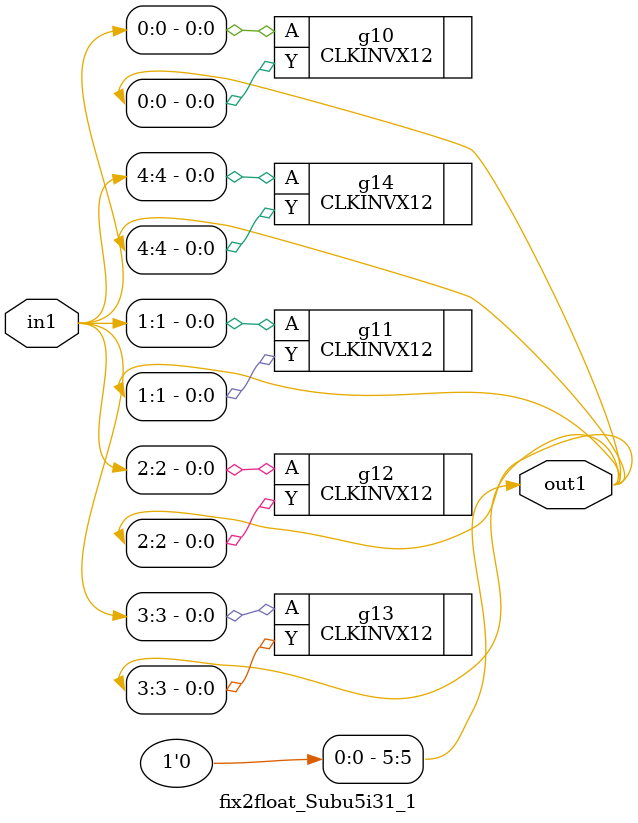
<source format=v>
`timescale 1ps / 1ps


module fix2float_Subu5i31_1(in1, out1);
  input [4:0] in1;
  output [5:0] out1;
  wire [4:0] in1;
  wire [5:0] out1;
  assign out1[5] = 1'b0;
  CLKINVX12 g14(.A (in1[4]), .Y (out1[4]));
  CLKINVX12 g13(.A (in1[3]), .Y (out1[3]));
  CLKINVX12 g11(.A (in1[1]), .Y (out1[1]));
  CLKINVX12 g10(.A (in1[0]), .Y (out1[0]));
  CLKINVX12 g12(.A (in1[2]), .Y (out1[2]));
endmodule



</source>
